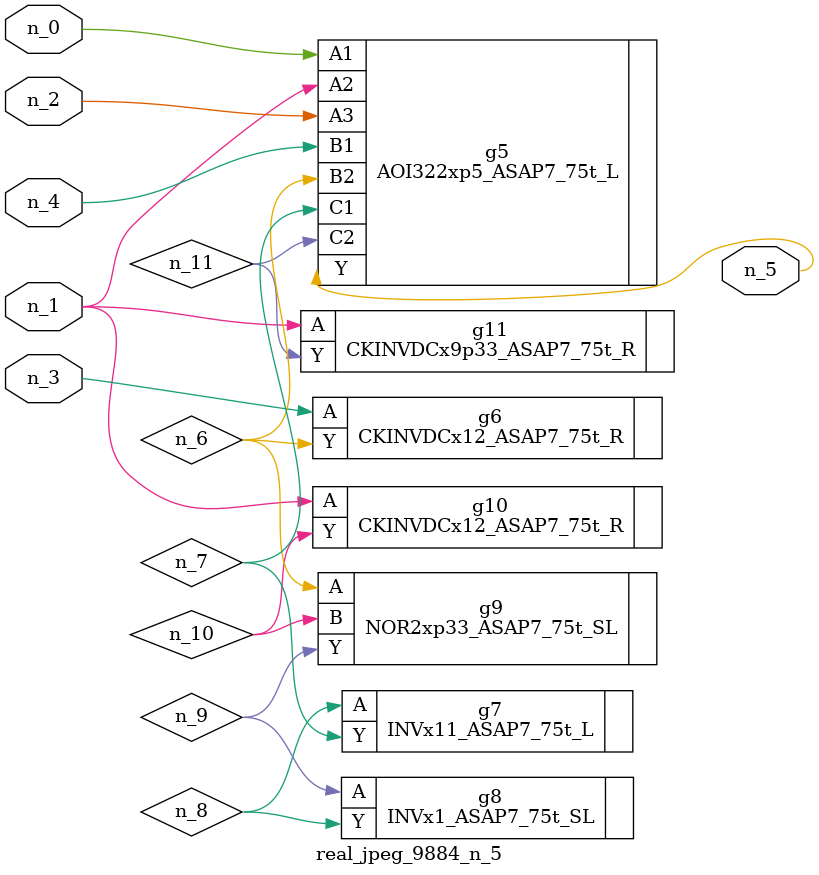
<source format=v>
module real_jpeg_9884_n_5 (n_4, n_0, n_1, n_2, n_3, n_5);

input n_4;
input n_0;
input n_1;
input n_2;
input n_3;

output n_5;

wire n_8;
wire n_11;
wire n_6;
wire n_7;
wire n_10;
wire n_9;

AOI322xp5_ASAP7_75t_L g5 ( 
.A1(n_0),
.A2(n_1),
.A3(n_2),
.B1(n_4),
.B2(n_6),
.C1(n_7),
.C2(n_11),
.Y(n_5)
);

CKINVDCx12_ASAP7_75t_R g10 ( 
.A(n_1),
.Y(n_10)
);

CKINVDCx9p33_ASAP7_75t_R g11 ( 
.A(n_1),
.Y(n_11)
);

CKINVDCx12_ASAP7_75t_R g6 ( 
.A(n_3),
.Y(n_6)
);

NOR2xp33_ASAP7_75t_SL g9 ( 
.A(n_6),
.B(n_10),
.Y(n_9)
);

INVx11_ASAP7_75t_L g7 ( 
.A(n_8),
.Y(n_7)
);

INVx1_ASAP7_75t_SL g8 ( 
.A(n_9),
.Y(n_8)
);


endmodule
</source>
